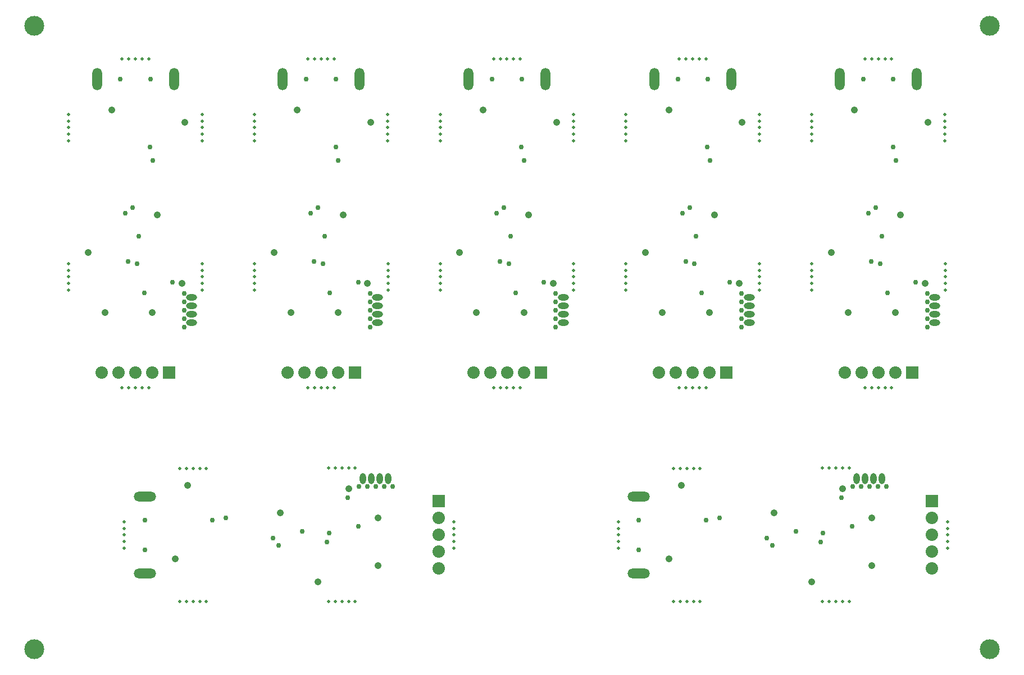
<source format=gbs>
G04*
G04 #@! TF.GenerationSoftware,Altium Limited,Altium Designer,20.2.6 (244)*
G04*
G04 Layer_Color=16711935*
%FSLAX25Y25*%
%MOIN*%
G70*
G04*
G04 #@! TF.SameCoordinates,04AE22C5-7487-4C5A-A48C-FC1B26360BE3*
G04*
G04*
G04 #@! TF.FilePolarity,Negative*
G04*
G01*
G75*
%ADD10C,0.11811*%
%ADD39C,0.01968*%
G04:AMPARAMS|DCode=59|XSize=37.41mil|YSize=64.97mil|CornerRadius=18.7mil|HoleSize=0mil|Usage=FLASHONLY|Rotation=360.000|XOffset=0mil|YOffset=0mil|HoleType=Round|Shape=RoundedRectangle|*
%AMROUNDEDRECTD59*
21,1,0.03741,0.02756,0,0,360.0*
21,1,0.00000,0.06497,0,0,360.0*
1,1,0.03741,0.00000,-0.01378*
1,1,0.03741,0.00000,-0.01378*
1,1,0.03741,0.00000,0.01378*
1,1,0.03741,0.00000,0.01378*
%
%ADD59ROUNDEDRECTD59*%
G04:AMPARAMS|DCode=74|XSize=37.41mil|YSize=64.97mil|CornerRadius=18.7mil|HoleSize=0mil|Usage=FLASHONLY|Rotation=270.000|XOffset=0mil|YOffset=0mil|HoleType=Round|Shape=RoundedRectangle|*
%AMROUNDEDRECTD74*
21,1,0.03741,0.02756,0,0,270.0*
21,1,0.00000,0.06497,0,0,270.0*
1,1,0.03741,-0.01378,0.00000*
1,1,0.03741,-0.01378,0.00000*
1,1,0.03741,0.01378,0.00000*
1,1,0.03741,0.01378,0.00000*
%
%ADD74ROUNDEDRECTD74*%
%ADD80C,0.02953*%
%ADD81R,0.07382X0.07382*%
%ADD82C,0.07382*%
%ADD83O,0.13189X0.05709*%
%ADD84C,0.04134*%
%ADD85R,0.07382X0.07382*%
%ADD86O,0.05709X0.13189*%
D10*
X11811Y11811D02*
D03*
X578740D02*
D03*
Y381890D02*
D03*
X11811Y381890D02*
D03*
D39*
X483464Y39961D02*
D03*
Y119193D02*
D03*
X491338Y39961D02*
D03*
Y119193D02*
D03*
X495276Y39961D02*
D03*
X487401D02*
D03*
X479527D02*
D03*
X495276Y119193D02*
D03*
X487401D02*
D03*
X479527D02*
D03*
X190453Y39961D02*
D03*
X186515D02*
D03*
X190453Y119193D02*
D03*
X186515D02*
D03*
X198327Y39961D02*
D03*
X194390D02*
D03*
X198327Y119193D02*
D03*
X194390D02*
D03*
X202264Y39961D02*
D03*
Y119193D02*
D03*
X504823Y362303D02*
D03*
X512697D02*
D03*
X520571D02*
D03*
X516634D02*
D03*
X508760D02*
D03*
X508760Y166929D02*
D03*
X516634D02*
D03*
X520571D02*
D03*
X512697D02*
D03*
X504823D02*
D03*
X473130Y317618D02*
D03*
Y325492D02*
D03*
Y329429D02*
D03*
Y321555D02*
D03*
Y313681D02*
D03*
X552264Y313681D02*
D03*
Y321555D02*
D03*
Y329429D02*
D03*
Y325492D02*
D03*
Y317618D02*
D03*
X473130Y225000D02*
D03*
Y232874D02*
D03*
Y240748D02*
D03*
Y236811D02*
D03*
Y228937D02*
D03*
X552362Y225000D02*
D03*
Y232874D02*
D03*
Y240748D02*
D03*
Y236811D02*
D03*
Y228937D02*
D03*
X394587Y362303D02*
D03*
X402461D02*
D03*
X410335D02*
D03*
X406398D02*
D03*
X398524D02*
D03*
X398524Y166929D02*
D03*
X406398D02*
D03*
X410335D02*
D03*
X402461D02*
D03*
X394587D02*
D03*
X362894Y317618D02*
D03*
Y325492D02*
D03*
Y329429D02*
D03*
Y321555D02*
D03*
Y313681D02*
D03*
X442028Y313681D02*
D03*
Y321555D02*
D03*
Y329429D02*
D03*
Y325492D02*
D03*
Y317618D02*
D03*
X362894Y225000D02*
D03*
Y232874D02*
D03*
Y240748D02*
D03*
Y236811D02*
D03*
Y228937D02*
D03*
X442126Y225000D02*
D03*
Y232874D02*
D03*
Y240748D02*
D03*
Y236811D02*
D03*
Y228937D02*
D03*
X284350Y362303D02*
D03*
X292225D02*
D03*
X300099D02*
D03*
X296162D02*
D03*
X288287D02*
D03*
X288287Y166929D02*
D03*
X296162D02*
D03*
X300099D02*
D03*
X292225D02*
D03*
X284350D02*
D03*
X252658Y317618D02*
D03*
Y325492D02*
D03*
Y329429D02*
D03*
Y321555D02*
D03*
Y313681D02*
D03*
X331791Y313681D02*
D03*
Y321555D02*
D03*
Y329429D02*
D03*
Y325492D02*
D03*
Y317618D02*
D03*
X252658Y225000D02*
D03*
Y232874D02*
D03*
Y240748D02*
D03*
Y236811D02*
D03*
Y228937D02*
D03*
X331890Y225000D02*
D03*
Y232874D02*
D03*
Y240748D02*
D03*
Y236811D02*
D03*
Y228937D02*
D03*
X174114Y362303D02*
D03*
X181988D02*
D03*
X189863D02*
D03*
X185925D02*
D03*
X178051D02*
D03*
X178051Y166929D02*
D03*
X185925D02*
D03*
X189863D02*
D03*
X181988D02*
D03*
X174114D02*
D03*
X142421Y317618D02*
D03*
Y325492D02*
D03*
Y329429D02*
D03*
Y321555D02*
D03*
Y313681D02*
D03*
X221555Y313681D02*
D03*
Y321555D02*
D03*
Y329429D02*
D03*
Y325492D02*
D03*
Y317618D02*
D03*
X142421Y225000D02*
D03*
Y232874D02*
D03*
Y240748D02*
D03*
Y236811D02*
D03*
Y228937D02*
D03*
X221654Y225000D02*
D03*
Y232874D02*
D03*
Y240748D02*
D03*
Y236811D02*
D03*
Y228937D02*
D03*
X63878Y362303D02*
D03*
X71752D02*
D03*
X79626D02*
D03*
X75689D02*
D03*
X67815D02*
D03*
X67815Y166929D02*
D03*
X75689D02*
D03*
X79626D02*
D03*
X71752D02*
D03*
X63878D02*
D03*
X32185Y317618D02*
D03*
Y325492D02*
D03*
Y329429D02*
D03*
Y321555D02*
D03*
Y313681D02*
D03*
X111319Y313681D02*
D03*
Y321555D02*
D03*
Y329429D02*
D03*
Y325492D02*
D03*
Y317618D02*
D03*
X32185Y225000D02*
D03*
Y232874D02*
D03*
Y240748D02*
D03*
Y236811D02*
D03*
Y228937D02*
D03*
X111417Y225000D02*
D03*
Y232874D02*
D03*
Y240748D02*
D03*
Y236811D02*
D03*
Y228937D02*
D03*
X358268Y71653D02*
D03*
Y79528D02*
D03*
Y87402D02*
D03*
Y83465D02*
D03*
Y75591D02*
D03*
X553642Y75591D02*
D03*
Y83465D02*
D03*
Y87402D02*
D03*
Y79528D02*
D03*
Y71653D02*
D03*
X402953Y39961D02*
D03*
X395079D02*
D03*
X391142D02*
D03*
X399016D02*
D03*
X406890D02*
D03*
X406890Y119095D02*
D03*
X399016D02*
D03*
X391142D02*
D03*
X395079D02*
D03*
X402953D02*
D03*
X109941Y119095D02*
D03*
X102067D02*
D03*
X98130D02*
D03*
X106004D02*
D03*
X113878D02*
D03*
X113878Y39961D02*
D03*
X106004D02*
D03*
X98130D02*
D03*
X102067D02*
D03*
X109941D02*
D03*
X260630Y71653D02*
D03*
Y79528D02*
D03*
Y87402D02*
D03*
Y83465D02*
D03*
Y75591D02*
D03*
X65256Y75591D02*
D03*
Y83465D02*
D03*
Y87402D02*
D03*
Y79528D02*
D03*
Y71653D02*
D03*
D59*
X514874Y113041D02*
D03*
X509874D02*
D03*
X504874D02*
D03*
X499874D02*
D03*
X221898Y113041D02*
D03*
X216898D02*
D03*
X211898D02*
D03*
X206898D02*
D03*
D74*
X105252Y205640D02*
D03*
Y210640D02*
D03*
Y215640D02*
D03*
Y220640D02*
D03*
X215488Y205640D02*
D03*
Y210640D02*
D03*
Y215640D02*
D03*
Y220640D02*
D03*
X325724Y205640D02*
D03*
Y210640D02*
D03*
Y215640D02*
D03*
Y220640D02*
D03*
X435960Y205640D02*
D03*
Y210640D02*
D03*
Y215640D02*
D03*
Y220640D02*
D03*
X546197Y205640D02*
D03*
Y210640D02*
D03*
Y215640D02*
D03*
Y220640D02*
D03*
D80*
X497374Y108494D02*
D03*
X517374D02*
D03*
X512374D02*
D03*
X507374D02*
D03*
X502374D02*
D03*
X370268Y70718D02*
D03*
Y88435D02*
D03*
X449686Y73474D02*
D03*
X497138Y84793D02*
D03*
X463634Y81643D02*
D03*
X479863Y80670D02*
D03*
X446438Y77805D02*
D03*
X478398Y75364D02*
D03*
X490740Y101532D02*
D03*
X418398Y89813D02*
D03*
X410327Y88238D02*
D03*
X204398Y108494D02*
D03*
X224398D02*
D03*
X219398D02*
D03*
X214398D02*
D03*
X209398D02*
D03*
X77291Y70718D02*
D03*
Y88435D02*
D03*
X156709Y73474D02*
D03*
X204161Y84793D02*
D03*
X170657Y81643D02*
D03*
X186886Y80670D02*
D03*
X153461Y77805D02*
D03*
X185421Y75364D02*
D03*
X197764Y101532D02*
D03*
X125421Y89813D02*
D03*
X117350Y88238D02*
D03*
X100705Y223140D02*
D03*
Y203140D02*
D03*
Y208140D02*
D03*
Y213140D02*
D03*
Y218140D02*
D03*
X62929Y350247D02*
D03*
X80646D02*
D03*
X65685Y270829D02*
D03*
X77004Y223376D02*
D03*
X73854Y256880D02*
D03*
X72882Y240652D02*
D03*
X70016Y274077D02*
D03*
X67575Y242116D02*
D03*
X93743Y229774D02*
D03*
X82024Y302117D02*
D03*
X80449Y310187D02*
D03*
X210941Y223140D02*
D03*
Y203140D02*
D03*
Y208140D02*
D03*
Y213140D02*
D03*
Y218140D02*
D03*
X173165Y350247D02*
D03*
X190882D02*
D03*
X175921Y270829D02*
D03*
X187240Y223376D02*
D03*
X184090Y256880D02*
D03*
X183118Y240652D02*
D03*
X180252Y274077D02*
D03*
X177811Y242116D02*
D03*
X203979Y229774D02*
D03*
X192260Y302117D02*
D03*
X190685Y310187D02*
D03*
X321177Y223140D02*
D03*
Y203140D02*
D03*
Y208140D02*
D03*
Y213140D02*
D03*
Y218140D02*
D03*
X283401Y350247D02*
D03*
X301118D02*
D03*
X286157Y270829D02*
D03*
X297476Y223376D02*
D03*
X294327Y256880D02*
D03*
X293354Y240652D02*
D03*
X290488Y274077D02*
D03*
X288047Y242116D02*
D03*
X314215Y229774D02*
D03*
X302496Y302117D02*
D03*
X300921Y310187D02*
D03*
X431413Y223140D02*
D03*
Y203140D02*
D03*
Y208140D02*
D03*
Y213140D02*
D03*
Y218140D02*
D03*
X393638Y350247D02*
D03*
X411354D02*
D03*
X396394Y270829D02*
D03*
X407713Y223376D02*
D03*
X404563Y256880D02*
D03*
X403590Y240652D02*
D03*
X400724Y274077D02*
D03*
X398283Y242116D02*
D03*
X424452Y229774D02*
D03*
X412732Y302117D02*
D03*
X411158Y310187D02*
D03*
X541650Y223140D02*
D03*
Y203140D02*
D03*
Y208140D02*
D03*
Y213140D02*
D03*
Y218140D02*
D03*
X503874Y350247D02*
D03*
X521591D02*
D03*
X506630Y270829D02*
D03*
X517949Y223376D02*
D03*
X514799Y256880D02*
D03*
X513826Y240652D02*
D03*
X510961Y274077D02*
D03*
X508520Y242116D02*
D03*
X534688Y229774D02*
D03*
X522968Y302117D02*
D03*
X521394Y310187D02*
D03*
D81*
X544579Y99655D02*
D03*
X251602Y99655D02*
D03*
D82*
X544579Y89655D02*
D03*
Y79655D02*
D03*
Y69655D02*
D03*
Y59655D02*
D03*
X251602Y89655D02*
D03*
Y79655D02*
D03*
Y69655D02*
D03*
Y59655D02*
D03*
X81866Y175935D02*
D03*
X71866D02*
D03*
X61866D02*
D03*
X51866D02*
D03*
X192102D02*
D03*
X182102D02*
D03*
X172102D02*
D03*
X162102D02*
D03*
X302339D02*
D03*
X292339D02*
D03*
X282339D02*
D03*
X272339D02*
D03*
X412575D02*
D03*
X402575D02*
D03*
X392575D02*
D03*
X382575D02*
D03*
X522811D02*
D03*
X512811D02*
D03*
X502811D02*
D03*
X492811D02*
D03*
D83*
X370268Y56742D02*
D03*
Y102411D02*
D03*
X77291Y56742D02*
D03*
Y102411D02*
D03*
D84*
X508811Y61496D02*
D03*
X473083Y51525D02*
D03*
X508811Y89655D02*
D03*
X491331Y107135D02*
D03*
X450780Y92568D02*
D03*
X395662Y109005D02*
D03*
X388378Y65403D02*
D03*
X215834Y61496D02*
D03*
X180106Y51525D02*
D03*
X215834Y89655D02*
D03*
X198354Y107135D02*
D03*
X157803Y92568D02*
D03*
X102685Y109005D02*
D03*
X95402Y65403D02*
D03*
X53707Y211703D02*
D03*
X43736Y247431D02*
D03*
X81866Y211703D02*
D03*
X99346Y229184D02*
D03*
X84780Y269735D02*
D03*
X101216Y324853D02*
D03*
X57614Y332136D02*
D03*
X163943Y211703D02*
D03*
X153972Y247431D02*
D03*
X192102Y211703D02*
D03*
X209583Y229184D02*
D03*
X195016Y269735D02*
D03*
X211453Y324853D02*
D03*
X167850Y332136D02*
D03*
X274179Y211703D02*
D03*
X264209Y247431D02*
D03*
X302339Y211703D02*
D03*
X319819Y229184D02*
D03*
X305252Y269735D02*
D03*
X321689Y324853D02*
D03*
X278087Y332136D02*
D03*
X384416Y211703D02*
D03*
X374445Y247431D02*
D03*
X412575Y211703D02*
D03*
X430055Y229184D02*
D03*
X415488Y269735D02*
D03*
X431925Y324853D02*
D03*
X388323Y332136D02*
D03*
X494652Y211703D02*
D03*
X484681Y247431D02*
D03*
X522811Y211703D02*
D03*
X540291Y229184D02*
D03*
X525724Y269735D02*
D03*
X542161Y324853D02*
D03*
X498559Y332136D02*
D03*
D85*
X91866Y175935D02*
D03*
X202102D02*
D03*
X312339D02*
D03*
X422575D02*
D03*
X532811D02*
D03*
D86*
X48953Y350247D02*
D03*
X94622D02*
D03*
X159189D02*
D03*
X204858D02*
D03*
X269425D02*
D03*
X315094D02*
D03*
X379661D02*
D03*
X425331D02*
D03*
X489898D02*
D03*
X535567D02*
D03*
M02*

</source>
